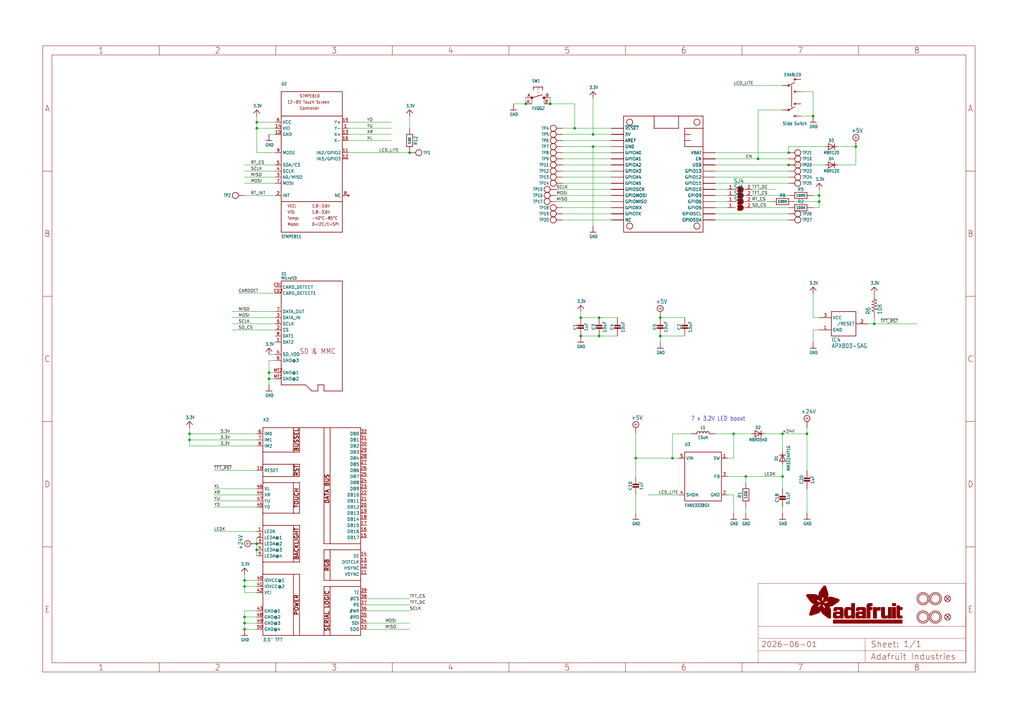
<source format=kicad_sch>
(kicad_sch (version 20230121) (generator eeschema)
  (paper "User" 425.45 298.602)
  (lib_symbols
    (symbol "working-eagle-import:+24V" (power)
      (property "Value" "+24V" (at -2.54 3.175 0))
      (symbol "+24V_1_0"
        (pin power_in line (at 0 -2.54 90) (length 2.54) (name "+24V") (number "1"))
      )
    )
    (symbol "working-eagle-import:+5V" (power)
      (property "Value" "+5V" (at -1.905 3.175 0))
      (symbol "+5V_1_0"
        (pin power_in line (at 0 -2.54 90) (length 2.54) (name "+5V") (number "1"))
      )
    )
    (symbol "working-eagle-import:3.3V" (power)
      (property "Value" "3.3V" (at -1.524 1.016 0))
      (symbol "3.3V_1_0"
        (pin power_in line (at 0 -2.54 90) (length 2.54) (name "3.3V") (number "1"))
      )
    )
    (symbol "working-eagle-import:AXP083-SAG"
      (property "Reference" "IC" (at -5.08 -7.62 0))
      (symbol "AXP083-SAG_1_0"
        (pin power_in line (at -10.16 -2.54 0) (length 5.08) (name "GND") (number "1"))
        (pin output line (at 10.16 0 180) (length 5.08) (name "/RESET") (number "2"))
        (pin power_in line (at -10.16 2.54 0) (length 5.08) (name "VCC") (number "3"))
      )
    )
    (symbol "working-eagle-import:CAP_CERAMIC0805-NOOUTLINE"
      (property "Reference" "C" (at -2.29 1.25 90))
      (symbol "CAP_CERAMIC0805-NOOUTLINE_1_0"
        (pin passive line (at 0 5.08 270) (length 2.54) (name "1") (number "1"))
        (pin passive line (at 0 -2.54 90) (length 2.54) (name "2") (number "2"))
      )
    )
    (symbol "working-eagle-import:DIODESMA"
      (property "Reference" "D" (at 0 2.54 0))
      (symbol "DIODESMA_1_0"
        (pin passive line (at -2.54 0 0) (length 2.54) (name "A") (number "A"))
        (pin passive line (at 2.54 0 180) (length 2.54) (name "C") (number "C"))
      )
    )
    (symbol "working-eagle-import:DIODESOD-123"
      (property "Reference" "D" (at 0 2.54 0))
      (symbol "DIODESOD-123_1_0"
        (pin passive line (at -2.54 0 0) (length 2.54) (name "A") (number "A"))
        (pin passive line (at 2.54 0 180) (length 2.54) (name "C") (number "C"))
      )
    )
    (symbol "working-eagle-import:DISP_LCD_3.5IN_320X480_50PIN"
      (property "Reference" "X" (at -20.32 43.18 0))
      (symbol "DISP_LCD_3.5IN_320X480_50PIN_1_0"
        (text "BACKLIGHT" (at -6.35 -7.62 900) (effects (font (size 1.6764 1.6764) (thickness 0.3353) bold)))
        (text "BUSSEL" (at -6.35 35.56 900) (effects (font (size 1.6764 1.6764) (thickness 0.3353) bold)))
        (text "DATA BUS" (at 6.35 15.24 900) (effects (font (size 1.6764 1.6764) (thickness 0.3353) bold)))
        (text "POWER" (at -6.35 -33.02 900) (effects (font (size 1.6764 1.6764) (thickness 0.3353) bold)))
        (text "RGB" (at 6.35 -16.51 900) (effects (font (size 1.6764 1.6764) (thickness 0.3353) bold)))
        (text "RST" (at -6.35 22.86 900) (effects (font (size 1.6764 1.6764) (thickness 0.3353) bold)))
        (text "SERIAL LOGIC" (at 6.35 -35.56 900) (effects (font (size 1.6764 1.6764) (thickness 0.3353) bold)))
        (text "TOUCH" (at -6.35 11.43 900) (effects (font (size 1.6764 1.6764) (thickness 0.3353) bold)))
        (pin bidirectional line (at -22.86 -2.54 0) (length 2.54) (name "LEDK") (number "1"))
        (pin bidirectional line (at -22.86 22.86 0) (length 2.54) (name "RESET") (number "10"))
        (pin bidirectional line (at 22.86 -20.32 180) (length 2.54) (name "VSYNC") (number "11"))
        (pin bidirectional line (at 22.86 -17.78 180) (length 2.54) (name "HSYNC") (number "12"))
        (pin bidirectional line (at 22.86 -15.24 180) (length 2.54) (name "DOTCLK") (number "13"))
        (pin bidirectional line (at 22.86 -12.7 180) (length 2.54) (name "DE") (number "14"))
        (pin bidirectional line (at 22.86 -5.08 180) (length 2.54) (name "DB17") (number "15"))
        (pin bidirectional line (at 22.86 -2.54 180) (length 2.54) (name "DB16") (number "16"))
        (pin bidirectional line (at 22.86 0 180) (length 2.54) (name "DB15") (number "17"))
        (pin bidirectional line (at 22.86 2.54 180) (length 2.54) (name "DB14") (number "18"))
        (pin bidirectional line (at 22.86 5.08 180) (length 2.54) (name "DB13") (number "19"))
        (pin bidirectional line (at -22.86 -5.08 0) (length 2.54) (name "LEDA@1") (number "2"))
        (pin bidirectional line (at 22.86 7.62 180) (length 2.54) (name "DB12") (number "20"))
        (pin bidirectional line (at 22.86 10.16 180) (length 2.54) (name "DB11") (number "21"))
        (pin bidirectional line (at 22.86 12.7 180) (length 2.54) (name "DB10") (number "22"))
        (pin bidirectional line (at 22.86 15.24 180) (length 2.54) (name "DB9") (number "23"))
        (pin bidirectional line (at 22.86 17.78 180) (length 2.54) (name "DB8") (number "24"))
        (pin bidirectional line (at 22.86 20.32 180) (length 2.54) (name "DB7") (number "25"))
        (pin bidirectional line (at 22.86 22.86 180) (length 2.54) (name "DB6") (number "26"))
        (pin bidirectional line (at 22.86 25.4 180) (length 2.54) (name "DB5") (number "27"))
        (pin bidirectional line (at 22.86 27.94 180) (length 2.54) (name "DB4") (number "28"))
        (pin bidirectional line (at 22.86 30.48 180) (length 2.54) (name "DB3") (number "29"))
        (pin bidirectional line (at -22.86 -7.62 0) (length 2.54) (name "LEDA@2") (number "3"))
        (pin bidirectional line (at 22.86 33.02 180) (length 2.54) (name "DB2") (number "30"))
        (pin bidirectional line (at 22.86 35.56 180) (length 2.54) (name "DB1") (number "31"))
        (pin bidirectional line (at 22.86 38.1 180) (length 2.54) (name "DB0") (number "32"))
        (pin bidirectional line (at 22.86 -43.18 180) (length 2.54) (name "SDO") (number "33"))
        (pin bidirectional line (at 22.86 -40.64 180) (length 2.54) (name "SDI") (number "34"))
        (pin bidirectional line (at 22.86 -38.1 180) (length 2.54) (name "#RD") (number "35"))
        (pin bidirectional line (at 22.86 -35.56 180) (length 2.54) (name "#WR") (number "36"))
        (pin bidirectional line (at 22.86 -33.02 180) (length 2.54) (name "RS") (number "37"))
        (pin bidirectional line (at 22.86 -30.48 180) (length 2.54) (name "#CS") (number "38"))
        (pin bidirectional line (at 22.86 -27.94 180) (length 2.54) (name "TE") (number "39"))
        (pin bidirectional line (at -22.86 -10.16 0) (length 2.54) (name "LEDA@3") (number "4"))
        (pin bidirectional line (at -22.86 -22.86 0) (length 2.54) (name "IOVCC@1") (number "40"))
        (pin bidirectional line (at -22.86 -25.4 0) (length 2.54) (name "IOVCC@2") (number "41"))
        (pin bidirectional line (at -22.86 -27.94 0) (length 2.54) (name "VCI") (number "42"))
        (pin bidirectional line (at -22.86 -35.56 0) (length 2.54) (name "GND@1") (number "43"))
        (pin bidirectional line (at -22.86 12.7 0) (length 2.54) (name "XR") (number "44"))
        (pin bidirectional line (at -22.86 7.62 0) (length 2.54) (name "YD") (number "45"))
        (pin bidirectional line (at -22.86 15.24 0) (length 2.54) (name "XL") (number "46"))
        (pin bidirectional line (at -22.86 10.16 0) (length 2.54) (name "YU") (number "47"))
        (pin bidirectional line (at -22.86 -38.1 0) (length 2.54) (name "GND@2") (number "48"))
        (pin bidirectional line (at -22.86 -40.64 0) (length 2.54) (name "GND@3") (number "49"))
        (pin bidirectional line (at -22.86 -12.7 0) (length 2.54) (name "LEDA@4") (number "5"))
        (pin bidirectional line (at -22.86 -43.18 0) (length 2.54) (name "GND@4") (number "50"))
        (pin bidirectional line (at -22.86 38.1 0) (length 2.54) (name "IM0") (number "6"))
        (pin bidirectional line (at -22.86 35.56 0) (length 2.54) (name "IM1") (number "7"))
        (pin bidirectional line (at -22.86 33.02 0) (length 2.54) (name "IM2") (number "8"))
      )
    )
    (symbol "working-eagle-import:FAN5331"
      (property "Reference" "U" (at -7.62 12.7 0))
      (symbol "FAN5331_1_0"
        (pin bidirectional line (at 10.16 7.62 180) (length 2.54) (name "SW") (number "1"))
        (pin bidirectional line (at 10.16 -7.62 180) (length 2.54) (name "GND") (number "2"))
        (pin bidirectional line (at 10.16 0 180) (length 2.54) (name "FB") (number "3"))
        (pin bidirectional line (at -10.16 -7.62 0) (length 2.54) (name "SHDN") (number "4"))
        (pin bidirectional line (at -10.16 7.62 0) (length 2.54) (name "VIN") (number "5"))
      )
    )
    (symbol "working-eagle-import:FEATHERWING_SMTDUAL"
      (symbol "FEATHERWING_SMTDUAL_1_0"
        (pin input line (at 5.08 -5.08 90) (length 5.08) (name "~{RESET}") (number "1"))
        (pin input line (at 5.08 -5.08 90) (length 5.08) (name "~{RESET}") (number "1'"))
        (pin bidirectional line (at 27.94 -5.08 90) (length 5.08) (name "GPIOA5") (number "10"))
        (pin bidirectional line (at 27.94 -5.08 90) (length 5.08) (name "GPIOA5") (number "10'"))
        (pin bidirectional line (at 30.48 -5.08 90) (length 5.08) (name "GPIOSCK") (number "11"))
        (pin bidirectional line (at 30.48 -5.08 90) (length 5.08) (name "GPIOSCK") (number "11'"))
        (pin bidirectional line (at 33.02 -5.08 90) (length 5.08) (name "GPIOMOSI") (number "12"))
        (pin bidirectional line (at 33.02 -5.08 90) (length 5.08) (name "GPIOMOSI") (number "12'"))
        (pin bidirectional line (at 35.56 -5.08 90) (length 5.08) (name "GPIOMISO") (number "13"))
        (pin bidirectional line (at 35.56 -5.08 90) (length 5.08) (name "GPIOMISO") (number "13'"))
        (pin bidirectional line (at 38.1 -5.08 90) (length 5.08) (name "GPIORX") (number "14"))
        (pin bidirectional line (at 38.1 -5.08 90) (length 5.08) (name "GPIORX") (number "14'"))
        (pin bidirectional line (at 40.64 -5.08 90) (length 5.08) (name "GPIOTX") (number "15"))
        (pin bidirectional line (at 40.64 -5.08 90) (length 5.08) (name "GPIOTX") (number "15'"))
        (pin passive line (at 43.18 -5.08 90) (length 5.08) (name "NC") (number "16"))
        (pin passive line (at 43.18 -5.08 90) (length 5.08) (name "NC") (number "16'"))
        (pin bidirectional line (at 43.18 38.1 270) (length 5.08) (name "GPIOSDA") (number "17"))
        (pin bidirectional line (at 43.18 38.1 270) (length 5.08) (name "GPIOSDA") (number "17'"))
        (pin bidirectional line (at 40.64 38.1 270) (length 5.08) (name "GPIOSCL") (number "18"))
        (pin bidirectional line (at 40.64 38.1 270) (length 5.08) (name "GPIOSCL") (number "18'"))
        (pin bidirectional line (at 38.1 38.1 270) (length 5.08) (name "GPIO5") (number "19"))
        (pin bidirectional line (at 38.1 38.1 270) (length 5.08) (name "GPIO5") (number "19'"))
        (pin power_in line (at 7.62 -5.08 90) (length 5.08) (name "3V") (number "2"))
        (pin power_in line (at 7.62 -5.08 90) (length 5.08) (name "3V") (number "2'"))
        (pin bidirectional line (at 35.56 38.1 270) (length 5.08) (name "GPIO6") (number "20"))
        (pin bidirectional line (at 35.56 38.1 270) (length 5.08) (name "GPIO6") (number "20'"))
        (pin bidirectional line (at 33.02 38.1 270) (length 5.08) (name "GPIO9") (number "21"))
        (pin bidirectional line (at 33.02 38.1 270) (length 5.08) (name "GPIO9") (number "21'"))
        (pin bidirectional line (at 30.48 38.1 270) (length 5.08) (name "GPIO10") (number "22"))
        (pin bidirectional line (at 30.48 38.1 270) (length 5.08) (name "GPIO10") (number "22'"))
        (pin bidirectional line (at 27.94 38.1 270) (length 5.08) (name "GPIO11") (number "23"))
        (pin bidirectional line (at 27.94 38.1 270) (length 5.08) (name "GPIO11") (number "23'"))
        (pin bidirectional line (at 25.4 38.1 270) (length 5.08) (name "GPIO12") (number "24"))
        (pin bidirectional line (at 25.4 38.1 270) (length 5.08) (name "GPIO12") (number "24'"))
        (pin bidirectional line (at 22.86 38.1 270) (length 5.08) (name "GPIO13") (number "25"))
        (pin bidirectional line (at 22.86 38.1 270) (length 5.08) (name "GPIO13") (number "25'"))
        (pin power_in line (at 20.32 38.1 270) (length 5.08) (name "USB") (number "26"))
        (pin power_in line (at 20.32 38.1 270) (length 5.08) (name "USB") (number "26'"))
        (pin passive line (at 17.78 38.1 270) (length 5.08) (name "EN") (number "27"))
        (pin passive line (at 17.78 38.1 270) (length 5.08) (name "EN") (number "27'"))
        (pin power_in line (at 15.24 38.1 270) (length 5.08) (name "VBAT") (number "28"))
        (pin power_in line (at 15.24 38.1 270) (length 5.08) (name "VBAT") (number "28'"))
        (pin passive line (at 10.16 -5.08 90) (length 5.08) (name "AREF") (number "3"))
        (pin passive line (at 10.16 -5.08 90) (length 5.08) (name "AREF") (number "3'"))
        (pin power_in line (at 12.7 -5.08 90) (length 5.08) (name "GND") (number "4"))
        (pin power_in line (at 12.7 -5.08 90) (length 5.08) (name "GND") (number "4'"))
        (pin bidirectional line (at 15.24 -5.08 90) (length 5.08) (name "GPIOA0") (number "5"))
        (pin bidirectional line (at 15.24 -5.08 90) (length 5.08) (name "GPIOA0") (number "5'"))
        (pin bidirectional line (at 17.78 -5.08 90) (length 5.08) (name "GPIOA1") (number "6"))
        (pin bidirectional line (at 17.78 -5.08 90) (length 5.08) (name "GPIOA1") (number "6'"))
        (pin bidirectional line (at 20.32 -5.08 90) (length 5.08) (name "GPIOA2") (number "7"))
        (pin bidirectional line (at 20.32 -5.08 90) (length 5.08) (name "GPIOA2") (number "7'"))
        (pin bidirectional line (at 22.86 -5.08 90) (length 5.08) (name "GPIOA3") (number "8"))
        (pin bidirectional line (at 22.86 -5.08 90) (length 5.08) (name "GPIOA3") (number "8'"))
        (pin bidirectional line (at 25.4 -5.08 90) (length 5.08) (name "GPIOA4") (number "9"))
        (pin bidirectional line (at 25.4 -5.08 90) (length 5.08) (name "GPIOA4") (number "9'"))
      )
    )
    (symbol "working-eagle-import:FIDUCIAL_1MM")
    (symbol "working-eagle-import:FRAME_A3_ADAFRUIT"
      (symbol "FRAME_A3_ADAFRUIT_1_0"
        (text "${#}/${##}" (at 357.505 10.16 0) (effects (font (size 2.54 2.54)) (justify left bottom)))
        (text "${CURRENT_DATE}" (at 298.45 10.16 0) (effects (font (size 2.286 2.286)) (justify left bottom)))
        (text "${PROJECTNAME}" (at 298.45 15.24 0) (effects (font (size 2.54 2.54)) (justify left bottom)))
        (text "1" (at 24.2094 1.905 0) (effects (font (size 2.54 2.286))))
        (text "1" (at 24.2094 258.445 0) (effects (font (size 2.54 2.286))))
        (text "2" (at 72.6281 1.905 0) (effects (font (size 2.54 2.286))))
        (text "2" (at 72.6281 258.445 0) (effects (font (size 2.54 2.286))))
        (text "3" (at 121.0469 1.905 0) (effects (font (size 2.54 2.286))))
        (text "3" (at 121.0469 258.445 0) (effects (font (size 2.54 2.286))))
        (text "4" (at 169.4656 1.905 0) (effects (font (size 2.54 2.286))))
        (text "4" (at 169.4656 258.445 0) (effects (font (size 2.54 2.286))))
        (text "5" (at 217.8844 1.905 0) (effects (font (size 2.54 2.286))))
        (text "5" (at 217.8844 258.445 0) (effects (font (size 2.54 2.286))))
        (text "6" (at 266.3031 1.905 0) (effects (font (size 2.54 2.286))))
        (text "6" (at 266.3031 258.445 0) (effects (font (size 2.54 2.286))))
        (text "7" (at 314.7219 1.905 0) (effects (font (size 2.54 2.286))))
        (text "7" (at 314.7219 258.445 0) (effects (font (size 2.54 2.286))))
        (text "8" (at 363.1406 1.905 0) (effects (font (size 2.54 2.286))))
        (text "8" (at 363.1406 258.445 0) (effects (font (size 2.54 2.286))))
        (text "A" (at 1.905 234.315 0) (effects (font (size 2.54 2.286))))
        (text "A" (at 385.445 234.315 0) (effects (font (size 2.54 2.286))))
        (text "Adafruit Industries" (at 343.916 4.953 0) (effects (font (size 2.54 2.54)) (justify left bottom)))
        (text "B" (at 1.905 182.245 0) (effects (font (size 2.54 2.286))))
        (text "B" (at 385.445 182.245 0) (effects (font (size 2.54 2.286))))
        (text "C" (at 1.905 130.175 0) (effects (font (size 2.54 2.286))))
        (text "C" (at 385.445 130.175 0) (effects (font (size 2.54 2.286))))
        (text "D" (at 1.905 78.105 0) (effects (font (size 2.54 2.286))))
        (text "D" (at 385.445 78.105 0) (effects (font (size 2.54 2.286))))
        (text "E" (at 1.905 26.035 0) (effects (font (size 2.54 2.286))))
        (text "E" (at 385.445 26.035 0) (effects (font (size 2.54 2.286))))
        (text "Sheet:" (at 343.916 10.033 0) (effects (font (size 2.54 2.54)) (justify left bottom)))
      )
    )
    (symbol "working-eagle-import:GND" (power)
      (property "Value" "GND" (at -1.524 -2.54 0))
      (symbol "GND_1_0"
        (pin power_in line (at 0 2.54 270) (length 2.54) (name "GND") (number "1"))
      )
    )
    (symbol "working-eagle-import:INDUCTORNR5040"
      (property "Reference" "L" (at 0 2.54 0))
      (symbol "INDUCTORNR5040_1_0"
        (pin passive line (at -5.08 0 0) (length 2.54) (name "1") (number "P$1"))
        (pin passive line (at 5.08 0 180) (length 2.54) (name "2") (number "P$2"))
      )
    )
    (symbol "working-eagle-import:MICROSD"
      (property "Reference" "X" (at -12.7 22.606 0))
      (symbol "MICROSD_1_0"
        (text "SD & MMC" (at -5.08 -10.16 0) (effects (font (size 2.1844 1.8567)) (justify left bottom)))
        (pin bidirectional line (at -15.24 -5.08 0) (length 2.54) (name "DAT2") (number "1"))
        (pin input line (at -15.24 0 0) (length 2.54) (name "CS") (number "2"))
        (pin input line (at -15.24 5.08 0) (length 2.54) (name "DATA_IN") (number "3"))
        (pin power_in line (at -15.24 -10.16 0) (length 2.54) (name "SD_VDD") (number "4"))
        (pin input line (at -15.24 2.54 0) (length 2.54) (name "SCLK") (number "5"))
        (pin power_in line (at -15.24 -12.7 0) (length 2.54) (name "GND@3") (number "6"))
        (pin output line (at -15.24 7.62 0) (length 2.54) (name "DATA_OUT") (number "7"))
        (pin bidirectional line (at -15.24 -2.54 0) (length 2.54) (name "DAT1") (number "8"))
        (pin passive line (at -15.24 17.78 0) (length 2.54) (name "CARD_DETECT") (number "CD1"))
        (pin passive line (at -15.24 15.24 0) (length 2.54) (name "CARD_DETECT1") (number "CD2"))
        (pin power_in line (at -15.24 -20.32 0) (length 2.54) (name "GND@2") (number "MT1"))
        (pin power_in line (at -15.24 -17.78 0) (length 2.54) (name "GND@1") (number "MT2"))
      )
    )
    (symbol "working-eagle-import:MOUNTINGHOLE3.0THIN")
    (symbol "working-eagle-import:R-US_R0805"
      (property "Reference" "R" (at -3.81 1.4986 0))
      (symbol "R-US_R0805_1_0"
        (pin passive line (at -5.08 0 0) (length 2.54) (name "1") (number "1"))
        (pin passive line (at 5.08 0 180) (length 2.54) (name "2") (number "2"))
      )
    )
    (symbol "working-eagle-import:RESISTOR0805_NOOUTLINE"
      (property "Reference" "R" (at 0 2.54 0))
      (symbol "RESISTOR0805_NOOUTLINE_1_0"
        (pin passive line (at -5.08 0 0) (length 2.54) (name "1") (number "1"))
        (pin passive line (at 5.08 0 180) (length 2.54) (name "2") (number "2"))
      )
    )
    (symbol "working-eagle-import:SOLDERJUMPER_CLOSED"
      (property "Reference" "SJ" (at -2.54 2.54 0))
      (symbol "SOLDERJUMPER_CLOSED_1_0"
        (pin passive line (at -5.08 0 0) (length 2.54) (name "1") (number "1"))
        (pin passive line (at 5.08 0 180) (length 2.54) (name "2") (number "2"))
      )
    )
    (symbol "working-eagle-import:STMPE610"
      (property "Reference" "U" (at -12.7 33.02 0))
      (symbol "STMPE610_1_0"
        (text "-40°C-85°C" (at 0 -22.86 0) (effects (font (size 1.27 1.0795)) (justify left bottom)))
        (text "0=I2C/1=SPI" (at 0 -25.4 0) (effects (font (size 1.27 1.0795)) (justify left bottom)))
        (text "1.8-3.6V" (at 0 -20.32 0) (effects (font (size 1.27 1.0795)) (justify left bottom)))
        (text "1.8-3.6V" (at 0 -17.78 0) (effects (font (size 1.27 1.0795)) (justify left bottom)))
        (text "12-Bit Touch Screen" (at -10.16 25.4 0) (effects (font (size 1.27 1.0795)) (justify left bottom)))
        (text "Controller" (at -5.08 22.86 0) (effects (font (size 1.27 1.0795)) (justify left bottom)))
        (text "Mode:" (at -10.16 -25.4 0) (effects (font (size 1.27 1.0795)) (justify left bottom)))
        (text "STMPE610" (at -5.08 27.94 0) (effects (font (size 1.27 1.0795)) (justify left bottom)))
        (text "Temp:" (at -10.16 -22.86 0) (effects (font (size 1.27 1.0795)) (justify left bottom)))
        (text "VCC:" (at -10.16 -17.78 0) (effects (font (size 1.27 1.0795)) (justify left bottom)))
        (text "VIO:" (at -10.16 -20.32 0) (effects (font (size 1.27 1.0795)) (justify left bottom)))
        (pin input line (at 15.24 15.24 180) (length 2.54) (name "Y-") (number "1"))
        (pin power_in line (at -15.24 12.7 0) (length 2.54) (name "GND") (number "10"))
        (pin bidirectional line (at 15.24 5.08 180) (length 2.54) (name "IN2/GPIO2") (number "11"))
        (pin bidirectional line (at 15.24 2.54 180) (length 2.54) (name "IN3/GPIO3") (number "12"))
        (pin input line (at 15.24 12.7 180) (length 2.54) (name "X+") (number "13"))
        (pin power_in line (at -15.24 15.24 0) (length 2.54) (name "VIO") (number "14"))
        (pin input line (at 15.24 17.78 180) (length 2.54) (name "Y+") (number "15"))
        (pin input line (at 15.24 10.16 180) (length 2.54) (name "X-") (number "16"))
        (pin output line (at -15.24 -12.7 0) (length 2.54) (name "INT") (number "2"))
        (pin bidirectional line (at -15.24 -5.08 0) (length 2.54) (name "A0/MISO") (number "3"))
        (pin bidirectional line (at -15.24 -2.54 0) (length 2.54) (name "SCLK") (number "4"))
        (pin bidirectional line (at -15.24 0 0) (length 2.54) (name "SDA/CS") (number "5"))
        (pin power_in line (at -15.24 17.78 0) (length 2.54) (name "VCC") (number "6"))
        (pin input line (at -15.24 -7.62 0) (length 2.54) (name "MOSI") (number "7"))
        (pin no_connect line (at 15.24 -12.7 180) (length 2.54) (name "NC") (number "8"))
        (pin input line (at -15.24 5.08 0) (length 2.54) (name "MODE") (number "9"))
      )
    )
    (symbol "working-eagle-import:SWITCH_DPDTEG1390"
      (property "Reference" "SW" (at -4.445 8.89 0))
      (symbol "SWITCH_DPDTEG1390_1_0"
        (pin passive line (at 2.54 7.62 180) (length 2.54) (name "O1") (number "O1"))
        (pin passive line (at 2.54 -2.54 180) (length 2.54) (name "O2") (number "O2"))
        (pin passive line (at -5.08 5.08 0) (length 2.54) (name "P1") (number "P1"))
        (pin passive line (at -5.08 -5.08 0) (length 2.54) (name "P2") (number "P2"))
        (pin passive line (at 2.54 2.54 180) (length 2.54) (name "S1") (number "S1"))
        (pin passive line (at 2.54 -7.62 180) (length 2.54) (name "S2") (number "S2"))
      )
    )
    (symbol "working-eagle-import:SWITCH_TACT_SMT_EVQQ2_SMALL"
      (property "Reference" "SW" (at -2.54 6.35 0))
      (symbol "SWITCH_TACT_SMT_EVQQ2_SMALL_1_0"
        (pin passive line (at -5.08 0 0) (length 2.54) (name "P") (number "A"))
        (pin passive line (at -5.08 -2.54 0) (length 2.54) (name "P1") (number "A'"))
        (pin passive line (at 5.08 0 180) (length 2.54) (name "S") (number "B"))
        (pin passive line (at 5.08 -2.54 180) (length 2.54) (name "S1") (number "B'"))
      )
    )
    (symbol "working-eagle-import:TESTPOINTPAD2MM"
      (property "Reference" "TP" (at 0 5.588 90))
      (symbol "TESTPOINTPAD2MM_1_0"
        (pin bidirectional line (at 0 0 90) (length 2.54) (name "P$1") (number "P$1"))
      )
    )
  )
  (junction (at 111.76 154.94))
  (junction (at 314.96 66.04))
  (junction (at 325.12 198.12))
  (junction (at 246.38 60.96))
  (junction (at 111.76 157.48))
  (junction (at 101.6 243.84))
  (junction (at 78.74 180.34))
  (junction (at 101.6 261.62))
  (junction (at 274.32 139.7))
  (junction (at 241.3 139.7))
  (junction (at 340.36 81.28))
  (junction (at 279.4 190.5))
  (junction (at 363.22 134.62))
  (junction (at 355.6 60.96))
  (junction (at 218.44 43.18))
  (junction (at 335.28 180.34))
  (junction (at 101.6 256.54))
  (junction (at 248.92 139.7))
  (junction (at 106.68 226.06))
  (junction (at 106.68 53.34))
  (junction (at 327.66 68.58))
  (junction (at 78.74 182.88))
  (junction (at 170.18 63.5))
  (junction (at 304.8 180.34))
  (junction (at 274.32 132.08))
  (junction (at 106.68 50.8))
  (junction (at 238.76 53.34))
  (junction (at 101.6 259.08))
  (junction (at 228.6 43.18))
  (junction (at 309.88 198.12))
  (junction (at 327.66 63.5))
  (junction (at 106.68 228.6))
  (junction (at 101.6 241.3))
  (junction (at 264.16 190.5))
  (junction (at 340.36 83.82))
  (junction (at 337.82 48.26))
  (junction (at 246.38 55.88))
  (junction (at 248.92 132.08))
  (junction (at 241.3 132.08))
  (junction (at 325.12 180.34))
  (wire (pts (xy 274.32 132.08) (xy 284.48 132.08)) (stroke (width 0.1524)))
  (wire (pts (xy 96.52 137.16) (xy 114.3 137.16)) (stroke (width 0.1524)))
  (wire (pts (xy 78.74 180.34) (xy 78.74 177.8)) (stroke (width 0.1524)))
  (wire (pts (xy 241.3 139.7) (xy 248.92 139.7)) (stroke (width 0.1524)))
  (wire (pts (xy 114.3 149.86) (xy 111.76 149.86)) (stroke (width 0.1524)))
  (wire (pts (xy 246.38 55.88) (xy 254 55.88)) (stroke (width 0.1524)))
  (wire (pts (xy 101.6 254) (xy 101.6 256.54)) (stroke (width 0.1524)))
  (wire (pts (xy 254 78.74) (xy 231.14 78.74)) (stroke (width 0.1524)))
  (wire (pts (xy 111.76 157.48) (xy 111.76 154.94)) (stroke (width 0.1524)))
  (wire (pts (xy 106.68 208.28) (xy 88.9 208.28)) (stroke (width 0.1524)))
  (wire (pts (xy 106.68 226.06) (xy 106.68 228.6)) (stroke (width 0.1524)))
  (wire (pts (xy 114.3 63.5) (xy 106.68 63.5)) (stroke (width 0.1524)))
  (wire (pts (xy 332.74 38.1) (xy 337.82 38.1)) (stroke (width 0.1524)))
  (wire (pts (xy 314.96 45.72) (xy 325.12 45.72)) (stroke (width 0.1524)))
  (wire (pts (xy 340.36 86.36) (xy 337.82 86.36)) (stroke (width 0.1524)))
  (wire (pts (xy 264.16 190.5) (xy 264.16 180.34)) (stroke (width 0.1524)))
  (wire (pts (xy 233.68 71.12) (xy 254 71.12)) (stroke (width 0.1524)))
  (wire (pts (xy 114.3 134.62) (xy 96.52 134.62)) (stroke (width 0.1524)))
  (wire (pts (xy 101.6 73.66) (xy 114.3 73.66)) (stroke (width 0.1524)))
  (wire (pts (xy 106.68 63.5) (xy 106.68 53.34)) (stroke (width 0.1524)))
  (wire (pts (xy 332.74 48.26) (xy 337.82 48.26)) (stroke (width 0.1524)))
  (wire (pts (xy 327.66 81.28) (xy 312.42 81.28)) (stroke (width 0.1524)))
  (wire (pts (xy 218.44 43.18) (xy 213.36 43.18)) (stroke (width 0.1524)))
  (wire (pts (xy 312.42 83.82) (xy 320.04 83.82)) (stroke (width 0.1524)))
  (wire (pts (xy 246.38 55.88) (xy 233.68 55.88)) (stroke (width 0.1524)))
  (wire (pts (xy 246.38 60.96) (xy 254 60.96)) (stroke (width 0.1524)))
  (wire (pts (xy 304.8 180.34) (xy 304.8 190.5)) (stroke (width 0.1524)))
  (wire (pts (xy 246.38 40.64) (xy 246.38 55.88)) (stroke (width 0.1524)))
  (wire (pts (xy 256.54 139.7) (xy 248.92 139.7)) (stroke (width 0.1524)))
  (wire (pts (xy 327.66 71.12) (xy 297.18 71.12)) (stroke (width 0.1524)))
  (wire (pts (xy 228.6 43.18) (xy 238.76 43.18)) (stroke (width 0.1524)))
  (wire (pts (xy 304.8 190.5) (xy 302.26 190.5)) (stroke (width 0.1524)))
  (wire (pts (xy 106.68 210.82) (xy 88.9 210.82)) (stroke (width 0.1524)))
  (wire (pts (xy 327.66 86.36) (xy 312.42 86.36)) (stroke (width 0.1524)))
  (wire (pts (xy 152.4 259.08) (xy 170.18 259.08)) (stroke (width 0.1524)))
  (wire (pts (xy 106.68 254) (xy 101.6 254)) (stroke (width 0.1524)))
  (wire (pts (xy 340.36 83.82) (xy 330.2 83.82)) (stroke (width 0.1524)))
  (wire (pts (xy 340.36 78.74) (xy 340.36 81.28)) (stroke (width 0.1524)))
  (wire (pts (xy 317.5 180.34) (xy 325.12 180.34)) (stroke (width 0.1524)))
  (wire (pts (xy 337.82 132.08) (xy 337.82 121.92)) (stroke (width 0.1524)))
  (wire (pts (xy 327.66 76.2) (xy 297.18 76.2)) (stroke (width 0.1524)))
  (wire (pts (xy 114.3 157.48) (xy 111.76 157.48)) (stroke (width 0.1524)))
  (wire (pts (xy 106.68 205.74) (xy 88.9 205.74)) (stroke (width 0.1524)))
  (wire (pts (xy 274.32 139.7) (xy 284.48 139.7)) (stroke (width 0.1524)))
  (wire (pts (xy 363.22 132.08) (xy 363.22 134.62)) (stroke (width 0.1524)))
  (wire (pts (xy 302.26 81.28) (xy 297.18 81.28)) (stroke (width 0.1524)))
  (wire (pts (xy 114.3 147.32) (xy 111.76 147.32)) (stroke (width 0.1524)))
  (wire (pts (xy 325.12 198.12) (xy 325.12 203.2)) (stroke (width 0.1524)))
  (wire (pts (xy 111.76 149.86) (xy 111.76 154.94)) (stroke (width 0.1524)))
  (wire (pts (xy 274.32 142.24) (xy 274.32 139.7)) (stroke (width 0.1524)))
  (wire (pts (xy 264.16 190.5) (xy 264.16 198.12)) (stroke (width 0.1524)))
  (wire (pts (xy 106.68 228.6) (xy 106.68 231.14)) (stroke (width 0.1524)))
  (wire (pts (xy 101.6 241.3) (xy 101.6 243.84)) (stroke (width 0.1524)))
  (wire (pts (xy 114.3 53.34) (xy 106.68 53.34)) (stroke (width 0.1524)))
  (wire (pts (xy 101.6 238.76) (xy 101.6 241.3)) (stroke (width 0.1524)))
  (wire (pts (xy 111.76 154.94) (xy 114.3 154.94)) (stroke (width 0.1524)))
  (wire (pts (xy 106.68 246.38) (xy 101.6 246.38)) (stroke (width 0.1524)))
  (wire (pts (xy 347.98 68.58) (xy 355.6 68.58)) (stroke (width 0.1524)))
  (wire (pts (xy 327.66 63.5) (xy 297.18 63.5)) (stroke (width 0.1524)))
  (wire (pts (xy 281.94 205.74) (xy 269.24 205.74)) (stroke (width 0.1524)))
  (wire (pts (xy 340.36 83.82) (xy 340.36 81.28)) (stroke (width 0.1524)))
  (wire (pts (xy 101.6 259.08) (xy 106.68 259.08)) (stroke (width 0.1524)))
  (wire (pts (xy 114.3 81.28) (xy 101.6 81.28)) (stroke (width 0.1524)))
  (wire (pts (xy 355.6 60.96) (xy 347.98 60.96)) (stroke (width 0.1524)))
  (wire (pts (xy 238.76 53.34) (xy 254 53.34)) (stroke (width 0.1524)))
  (wire (pts (xy 101.6 259.08) (xy 101.6 261.62)) (stroke (width 0.1524)))
  (wire (pts (xy 264.16 205.74) (xy 264.16 213.36)) (stroke (width 0.1524)))
  (wire (pts (xy 246.38 93.98) (xy 246.38 60.96)) (stroke (width 0.1524)))
  (wire (pts (xy 106.68 203.2) (xy 88.9 203.2)) (stroke (width 0.1524)))
  (wire (pts (xy 111.76 55.88) (xy 114.3 55.88)) (stroke (width 0.1524)))
  (wire (pts (xy 233.68 66.04) (xy 254 66.04)) (stroke (width 0.1524)))
  (wire (pts (xy 233.68 53.34) (xy 238.76 53.34)) (stroke (width 0.1524)))
  (wire (pts (xy 327.66 88.9) (xy 297.18 88.9)) (stroke (width 0.1524)))
  (wire (pts (xy 337.82 142.24) (xy 337.82 137.16)) (stroke (width 0.1524)))
  (wire (pts (xy 233.68 88.9) (xy 254 88.9)) (stroke (width 0.1524)))
  (wire (pts (xy 360.68 134.62) (xy 363.22 134.62)) (stroke (width 0.1524)))
  (wire (pts (xy 355.6 68.58) (xy 355.6 60.96)) (stroke (width 0.1524)))
  (wire (pts (xy 327.66 68.58) (xy 342.9 68.58)) (stroke (width 0.1524)))
  (wire (pts (xy 114.3 76.2) (xy 101.6 76.2)) (stroke (width 0.1524)))
  (wire (pts (xy 88.9 195.58) (xy 106.68 195.58)) (stroke (width 0.1524)))
  (wire (pts (xy 144.78 50.8) (xy 162.56 50.8)) (stroke (width 0.1524)))
  (wire (pts (xy 101.6 261.62) (xy 106.68 261.62)) (stroke (width 0.1524)))
  (wire (pts (xy 325.12 213.36) (xy 325.12 210.82)) (stroke (width 0.1524)))
  (wire (pts (xy 327.66 63.5) (xy 327.66 60.96)) (stroke (width 0.1524)))
  (wire (pts (xy 233.68 68.58) (xy 254 68.58)) (stroke (width 0.1524)))
  (wire (pts (xy 152.4 261.62) (xy 170.18 261.62)) (stroke (width 0.1524)))
  (wire (pts (xy 279.4 190.5) (xy 264.16 190.5)) (stroke (width 0.1524)))
  (wire (pts (xy 304.8 205.74) (xy 304.8 213.36)) (stroke (width 0.1524)))
  (wire (pts (xy 340.36 81.28) (xy 337.82 81.28)) (stroke (width 0.1524)))
  (wire (pts (xy 106.68 223.52) (xy 106.68 226.06)) (stroke (width 0.1524)))
  (wire (pts (xy 106.68 256.54) (xy 101.6 256.54)) (stroke (width 0.1524)))
  (wire (pts (xy 312.42 78.74) (xy 322.58 78.74)) (stroke (width 0.1524)))
  (wire (pts (xy 233.68 91.44) (xy 254 91.44)) (stroke (width 0.1524)))
  (wire (pts (xy 152.4 251.46) (xy 170.18 251.46)) (stroke (width 0.1524)))
  (wire (pts (xy 144.78 55.88) (xy 162.56 55.88)) (stroke (width 0.1524)))
  (wire (pts (xy 106.68 48.26) (xy 106.68 50.8)) (stroke (width 0.1524)))
  (wire (pts (xy 302.26 78.74) (xy 297.18 78.74)) (stroke (width 0.1524)))
  (wire (pts (xy 304.8 180.34) (xy 312.42 180.34)) (stroke (width 0.1524)))
  (wire (pts (xy 233.68 63.5) (xy 254 63.5)) (stroke (width 0.1524)))
  (wire (pts (xy 309.88 213.36) (xy 309.88 210.82)) (stroke (width 0.1524)))
  (wire (pts (xy 78.74 182.88) (xy 106.68 182.88)) (stroke (width 0.1524)))
  (wire (pts (xy 325.12 180.34) (xy 335.28 180.34)) (stroke (width 0.1524)))
  (wire (pts (xy 248.92 132.08) (xy 256.54 132.08)) (stroke (width 0.1524)))
  (wire (pts (xy 101.6 68.58) (xy 114.3 68.58)) (stroke (width 0.1524)))
  (wire (pts (xy 114.3 121.92) (xy 99.06 121.92)) (stroke (width 0.1524)))
  (wire (pts (xy 302.26 198.12) (xy 309.88 198.12)) (stroke (width 0.1524)))
  (wire (pts (xy 325.12 193.04) (xy 325.12 198.12)) (stroke (width 0.1524)))
  (wire (pts (xy 101.6 243.84) (xy 106.68 243.84)) (stroke (width 0.1524)))
  (wire (pts (xy 101.6 71.12) (xy 114.3 71.12)) (stroke (width 0.1524)))
  (wire (pts (xy 170.18 53.34) (xy 170.18 48.26)) (stroke (width 0.1524)))
  (wire (pts (xy 335.28 195.58) (xy 335.28 180.34)) (stroke (width 0.1524)))
  (wire (pts (xy 327.66 66.04) (xy 314.96 66.04)) (stroke (width 0.1524)))
  (wire (pts (xy 228.6 43.18) (xy 228.6 40.64)) (stroke (width 0.1524)))
  (wire (pts (xy 231.14 81.28) (xy 254 81.28)) (stroke (width 0.1524)))
  (wire (pts (xy 335.28 177.8) (xy 335.28 180.34)) (stroke (width 0.1524)))
  (wire (pts (xy 340.36 86.36) (xy 340.36 83.82)) (stroke (width 0.1524)))
  (wire (pts (xy 325.12 35.56) (xy 304.8 35.56)) (stroke (width 0.1524)))
  (wire (pts (xy 144.78 63.5) (xy 170.18 63.5)) (stroke (width 0.1524)))
  (wire (pts (xy 218.44 40.64) (xy 218.44 43.18)) (stroke (width 0.1524)))
  (wire (pts (xy 246.38 60.96) (xy 233.68 60.96)) (stroke (width 0.1524)))
  (wire (pts (xy 241.3 129.54) (xy 241.3 132.08)) (stroke (width 0.1524)))
  (wire (pts (xy 78.74 185.42) (xy 78.74 182.88)) (stroke (width 0.1524)))
  (wire (pts (xy 340.36 132.08) (xy 337.82 132.08)) (stroke (width 0.1524)))
  (wire (pts (xy 279.4 180.34) (xy 287.02 180.34)) (stroke (width 0.1524)))
  (wire (pts (xy 106.68 50.8) (xy 114.3 50.8)) (stroke (width 0.1524)))
  (wire (pts (xy 327.66 73.66) (xy 297.18 73.66)) (stroke (width 0.1524)))
  (wire (pts (xy 302.26 86.36) (xy 297.18 86.36)) (stroke (width 0.1524)))
  (wire (pts (xy 152.4 254) (xy 170.18 254)) (stroke (width 0.1524)))
  (wire (pts (xy 337.82 38.1) (xy 337.82 48.26)) (stroke (width 0.1524)))
  (wire (pts (xy 327.66 91.44) (xy 297.18 91.44)) (stroke (width 0.1524)))
  (wire (pts (xy 106.68 185.42) (xy 78.74 185.42)) (stroke (width 0.1524)))
  (wire (pts (xy 302.26 83.82) (xy 297.18 83.82)) (stroke (width 0.1524)))
  (wire (pts (xy 233.68 76.2) (xy 254 76.2)) (stroke (width 0.1524)))
  (wire (pts (xy 327.66 60.96) (xy 342.9 60.96)) (stroke (width 0.1524)))
  (wire (pts (xy 325.12 187.96) (xy 325.12 180.34)) (stroke (width 0.1524)))
  (wire (pts (xy 309.88 198.12) (xy 325.12 198.12)) (stroke (width 0.1524)))
  (wire (pts (xy 238.76 43.18) (xy 238.76 53.34)) (stroke (width 0.1524)))
  (wire (pts (xy 144.78 58.42) (xy 162.56 58.42)) (stroke (width 0.1524)))
  (wire (pts (xy 337.82 137.16) (xy 340.36 137.16)) (stroke (width 0.1524)))
  (wire (pts (xy 363.22 134.62) (xy 381 134.62)) (stroke (width 0.1524)))
  (wire (pts (xy 144.78 53.34) (xy 162.56 53.34)) (stroke (width 0.1524)))
  (wire (pts (xy 233.68 73.66) (xy 254 73.66)) (stroke (width 0.1524)))
  (wire (pts (xy 314.96 66.04) (xy 314.96 45.72)) (stroke (width 0.1524)))
  (wire (pts (xy 152.4 248.92) (xy 170.18 248.92)) (stroke (width 0.1524)))
  (wire (pts (xy 254 83.82) (xy 231.14 83.82)) (stroke (width 0.1524)))
  (wire (pts (xy 248.92 132.08) (xy 241.3 132.08)) (stroke (width 0.1524)))
  (wire (pts (xy 78.74 182.88) (xy 78.74 180.34)) (stroke (width 0.1524)))
  (wire (pts (xy 106.68 220.98) (xy 88.9 220.98)) (stroke (width 0.1524)))
  (wire (pts (xy 114.3 132.08) (xy 96.52 132.08)) (stroke (width 0.1524)))
  (wire (pts (xy 233.68 58.42) (xy 254 58.42)) (stroke (width 0.1524)))
  (wire (pts (xy 106.68 50.8) (xy 106.68 53.34)) (stroke (width 0.1524)))
  (wire (pts (xy 281.94 190.5) (xy 279.4 190.5)) (stroke (width 0.1524)))
  (wire (pts (xy 297.18 180.34) (xy 304.8 180.34)) (stroke (width 0.1524)))
  (wire (pts (xy 314.96 66.04) (xy 297.18 66.04)) (stroke (width 0.1524)))
  (wire (pts (xy 106.68 180.34) (xy 78.74 180.34)) (stroke (width 0.1524)))
  (wire (pts (xy 106.68 241.3) (xy 101.6 241.3)) (stroke (width 0.1524)))
  (wire (pts (xy 335.28 203.2) (xy 335.28 213.36)) (stroke (width 0.1524)))
  (wire (pts (xy 233.68 86.36) (xy 254 86.36)) (stroke (width 0.1524)))
  (wire (pts (xy 309.88 200.66) (xy 309.88 198.12)) (stroke (width 0.1524)))
  (wire (pts (xy 327.66 68.58) (xy 297.18 68.58)) (stroke (width 0.1524)))
  (wire (pts (xy 101.6 256.54) (xy 101.6 259.08)) (stroke (width 0.1524)))
  (wire (pts (xy 96.52 129.54) (xy 114.3 129.54)) (stroke (width 0.1524)))
  (wire (pts (xy 302.26 205.74) (xy 304.8 205.74)) (stroke (width 0.1524)))
  (wire (pts (xy 279.4 190.5) (xy 279.4 180.34)) (stroke (width 0.1524)))
  (wire (pts (xy 111.76 157.48) (xy 111.76 160.02)) (stroke (width 0.1524)))
  (wire (pts (xy 101.6 246.38) (xy 101.6 243.84)) (stroke (width 0.1524)))
  (text "7 x 3.2V LED boost" (at 287.02 175.26 0) (effects (font (size 1.778 1.5113)) (justify left bottom)))
  (label "SD_CS" (at 312.42 86.36 0) (effects (font (size 1.2446 1.2446))))
  (label "MOSI" (at 160.02 259.08 0) (effects (font (size 1.2446 1.2446))))
  (label "+24V" (at 330.2 180.34 180) (effects (font (size 1.2446 1.2446))))
  (label "MISO" (at 160.02 261.62 0) (effects (font (size 1.2446 1.2446))))
  (label "XL" (at 152.4 58.42 0) (effects (font (size 1.2446 1.2446))))
  (label "LCD_LITE" (at 281.94 205.74 180) (effects (font (size 1.2446 1.2446))))
  (label "YU" (at 152.4 53.34 0) (effects (font (size 1.2446 1.2446))))
  (label "MOSI" (at 99.06 132.08 0) (effects (font (size 1.2446 1.2446))))
  (label "3.3V" (at 91.44 182.88 0) (effects (font (size 1.2446 1.2446))))
  (label "LEDK" (at 88.9 220.98 0) (effects (font (size 1.2446 1.2446))))
  (label "TFT_CS" (at 312.42 81.28 0) (effects (font (size 1.2446 1.2446))))
  (label "YD" (at 152.4 50.8 0) (effects (font (size 1.2446 1.2446))))
  (label "RT_CS" (at 312.42 83.82 0) (effects (font (size 1.2446 1.2446))))
  (label "MOSI" (at 231.14 81.28 0) (effects (font (size 1.2446 1.2446))))
  (label "EN" (at 309.88 66.04 0) (effects (font (size 1.2446 1.2446))))
  (label "SCLK" (at 99.06 134.62 0) (effects (font (size 1.2446 1.2446))))
  (label "MISO" (at 99.06 129.54 0) (effects (font (size 1.2446 1.2446))))
  (label "LCD_LITE" (at 304.8 35.56 0) (effects (font (size 1.2446 1.2446))))
  (label "XR" (at 152.4 55.88 0) (effects (font (size 1.2446 1.2446))))
  (label "MOSI" (at 104.14 76.2 0) (effects (font (size 1.2446 1.2446))))
  (label "RT_INT" (at 104.14 81.28 0) (effects (font (size 1.2446 1.2446))))
  (label "LCD_LITE" (at 157.48 63.5 0) (effects (font (size 1.2446 1.2446))))
  (label "YU" (at 88.9 208.28 0) (effects (font (size 1.2446 1.2446))))
  (label "LEDK" (at 317.5 198.12 0) (effects (font (size 1.2446 1.2446))))
  (label "CARDDET" (at 99.06 121.92 0) (effects (font (size 1.2446 1.2446))))
  (label "TFT_DC" (at 312.42 78.74 0) (effects (font (size 1.2446 1.2446))))
  (label "RT_CS" (at 104.14 68.58 0) (effects (font (size 1.2446 1.2446))))
  (label "TFT_DC" (at 170.18 251.46 0) (effects (font (size 1.2446 1.2446))))
  (label "~{TFT_RST}" (at 365.76 134.62 0) (effects (font (size 1.2446 1.2446))))
  (label "XR" (at 88.9 205.74 0) (effects (font (size 1.2446 1.2446))))
  (label "3.3V" (at 91.44 185.42 0) (effects (font (size 1.2446 1.2446))))
  (label "SCLK" (at 170.18 254 0) (effects (font (size 1.2446 1.2446))))
  (label "SD_CS" (at 99.06 137.16 0) (effects (font (size 1.2446 1.2446))))
  (label "SCLK" (at 231.14 78.74 0) (effects (font (size 1.2446 1.2446))))
  (label "MISO" (at 104.14 73.66 0) (effects (font (size 1.2446 1.2446))))
  (label "SCLK" (at 104.14 71.12 0) (effects (font (size 1.2446 1.2446))))
  (label "3.3V" (at 91.44 180.34 0) (effects (font (size 1.2446 1.2446))))
  (label "~{TFT_RST}" (at 88.9 195.58 0) (effects (font (size 1.2446 1.2446))))
  (label "YD" (at 88.9 210.82 0) (effects (font (size 1.2446 1.2446))))
  (label "MISO" (at 231.14 83.82 0) (effects (font (size 1.2446 1.2446))))
  (label "TFT_CS" (at 170.18 248.92 0) (effects (font (size 1.2446 1.2446))))
  (label "XL" (at 88.9 203.2 0) (effects (font (size 1.2446 1.2446))))
  (symbol (lib_id "working-eagle-import:CAP_CERAMIC0805-NOOUTLINE") (at 248.92 137.16 0) (unit 1)
    (property "Reference" "C3" (at 246.63 135.91 90))
    (property "Value" "10uF" (at 251.22 135.91 90))
    (property "Footprint" "working:0805-NO" (effects hide))
  )
  (symbol (lib_id "working-eagle-import:GND") (at 246.38 96.52 0) (unit 1)
    (property "Reference" "#U$20" (effects hide))
    (property "Value" "GND" (at 244.856 99.06 0) (effects (font (size 1.27 1.0795)) (justify left bottom)))
  )
  (symbol (lib_id "working-eagle-import:TESTPOINTPAD2MM") (at 101.6 81.28 90) (unit 1)
    (property "Reference" "TP2" (at 96.012 81.28 90) (effects (font (size 1.27 1.0795)) (justify left)))
    (property "Value" "TESTPOINTPAD2MM" (effects hide))
    (property "Footprint" "working:TESTPOINT_PAD_2MM" (effects hide))
  )
  (symbol (lib_id "working-eagle-import:CAP_CERAMIC0805-NOOUTLINE") (at 264.16 203.2 0) (unit 1)
    (property "Reference" "C16" (at 261.87 201.95 90))
    (property "Value" "1uF" (at 266.46 201.95 90))
    (property "Footprint" "working:0805-NO" (effects hide))
  )
  (symbol (lib_id "working-eagle-import:3.3V") (at 337.82 119.38 0) (unit 1)
    (property "Reference" "#U$12" (effects hide))
    (property "Value" "3.3V" (at 336.296 118.364 0) (effects (font (size 1.27 1.0795)) (justify left bottom)))
  )
  (symbol (lib_id "working-eagle-import:TESTPOINTPAD2MM") (at 233.68 68.58 90) (unit 1)
    (property "Reference" "TP11" (at 228.092 68.58 90) (effects (font (size 1.27 1.0795)) (justify left)))
    (property "Value" "TESTPOINTPAD2MM" (effects hide))
    (property "Footprint" "working:TESTPOINT_PAD_2MM" (effects hide))
  )
  (symbol (lib_id "working-eagle-import:FIDUCIAL_1MM") (at 393.7 248.92 0) (unit 1)
    (property "Reference" "U$23" (effects hide))
    (property "Value" "FIDUCIAL_1MM" (effects hide))
    (property "Footprint" "working:FIDUCIAL_1MM" (effects hide))
  )
  (symbol (lib_id "working-eagle-import:3.3V") (at 101.6 236.22 0) (unit 1)
    (property "Reference" "#U$28" (effects hide))
    (property "Value" "3.3V" (at 100.076 235.204 0) (effects (font (size 1.27 1.0795)) (justify left bottom)))
  )
  (symbol (lib_id "working-eagle-import:DIODESOD-123") (at 314.96 180.34 0) (unit 1)
    (property "Reference" "D2" (at 314.96 177.8 0) (effects (font (size 1.27 1.0795))))
    (property "Value" "MBR0540" (at 314.96 182.84 0) (effects (font (size 1.27 1.0795))))
    (property "Footprint" "working:SOD-123" (effects hide))
  )
  (symbol (lib_id "working-eagle-import:TESTPOINTPAD2MM") (at 327.66 76.2 270) (unit 1)
    (property "Reference" "TP25" (at 333.248 76.2 90) (effects (font (size 1.27 1.0795)) (justify left)))
    (property "Value" "TESTPOINTPAD2MM" (effects hide))
    (property "Footprint" "working:TESTPOINT_PAD_2MM" (effects hide))
  )
  (symbol (lib_id "working-eagle-import:GND") (at 337.82 144.78 0) (unit 1)
    (property "Reference" "#U$3" (effects hide))
    (property "Value" "GND" (at 336.296 147.32 0) (effects (font (size 1.27 1.0795)) (justify left bottom)))
  )
  (symbol (lib_id "working-eagle-import:TESTPOINTPAD2MM") (at 233.68 60.96 90) (unit 1)
    (property "Reference" "TP7" (at 228.092 60.96 90) (effects (font (size 1.27 1.0795)) (justify left)))
    (property "Value" "TESTPOINTPAD2MM" (effects hide))
    (property "Footprint" "working:TESTPOINT_PAD_2MM" (effects hide))
  )
  (symbol (lib_id "working-eagle-import:GND") (at 304.8 215.9 0) (unit 1)
    (property "Reference" "#U$24" (effects hide))
    (property "Value" "GND" (at 303.276 218.44 0) (effects (font (size 1.27 1.0795)) (justify left bottom)))
  )
  (symbol (lib_id "working-eagle-import:TESTPOINTPAD2MM") (at 233.68 66.04 90) (unit 1)
    (property "Reference" "TP9" (at 228.092 66.04 90) (effects (font (size 1.27 1.0795)) (justify left)))
    (property "Value" "TESTPOINTPAD2MM" (effects hide))
    (property "Footprint" "working:TESTPOINT_PAD_2MM" (effects hide))
  )
  (symbol (lib_id "working-eagle-import:GND") (at 101.6 264.16 0) (unit 1)
    (property "Reference" "#U$14" (effects hide))
    (property "Value" "GND" (at 100.076 266.7 0) (effects (font (size 1.27 1.0795)) (justify left bottom)))
  )
  (symbol (lib_id "working-eagle-import:+5V") (at 274.32 129.54 0) (unit 1)
    (property "Reference" "#SUPPLY5" (effects hide))
    (property "Value" "+5V" (at 272.415 126.365 0) (effects (font (size 1.778 1.5113)) (justify left bottom)))
  )
  (symbol (lib_id "working-eagle-import:3.3V") (at 363.22 119.38 0) (unit 1)
    (property "Reference" "#U$8" (effects hide))
    (property "Value" "3.3V" (at 361.696 118.364 0) (effects (font (size 1.27 1.0795)) (justify left bottom)))
  )
  (symbol (lib_id "working-eagle-import:GND") (at 309.88 215.9 0) (unit 1)
    (property "Reference" "#U$6" (effects hide))
    (property "Value" "GND" (at 308.356 218.44 0) (effects (font (size 1.27 1.0795)) (justify left bottom)))
  )
  (symbol (lib_id "working-eagle-import:SOLDERJUMPER_CLOSED") (at 307.34 78.74 0) (unit 1)
    (property "Reference" "SJ4" (at 304.8 76.2 0) (effects (font (size 1.778 1.5113)) (justify left bottom)))
    (property "Value" "SOLDERJUMPER_CLOSED" (effects hide))
    (property "Footprint" "working:SOLDERJUMPER_CLOSEDWIRE" (effects hide))
  )
  (symbol (lib_id "working-eagle-import:MOUNTINGHOLE3.0THIN") (at 388.62 256.54 0) (unit 1)
    (property "Reference" "U$16" (effects hide))
    (property "Value" "MOUNTINGHOLE3.0THIN" (effects hide))
    (property "Footprint" "working:MOUNTINGHOLE_3.0_PLATEDTHIN" (effects hide))
  )
  (symbol (lib_id "working-eagle-import:TESTPOINTPAD2MM") (at 327.66 73.66 270) (unit 1)
    (property "Reference" "TP24" (at 333.248 73.66 90) (effects (font (size 1.27 1.0795)) (justify left)))
    (property "Value" "TESTPOINTPAD2MM" (effects hide))
    (property "Footprint" "working:TESTPOINT_PAD_2MM" (effects hide))
  )
  (symbol (lib_id "working-eagle-import:FAN5331") (at 292.1 198.12 0) (unit 1)
    (property "Reference" "U3" (at 284.48 185.42 0) (effects (font (size 1.27 1.0795)) (justify left bottom)))
    (property "Value" "FAN5333BSX" (at 284.48 210.82 0) (effects (font (size 1.27 1.0795)) (justify left bottom)))
    (property "Footprint" "working:SOT23-5@1" (effects hide))
  )
  (symbol (lib_id "working-eagle-import:3.3V") (at 106.68 45.72 0) (unit 1)
    (property "Reference" "#U$26" (effects hide))
    (property "Value" "3.3V" (at 105.156 44.704 0) (effects (font (size 1.27 1.0795)) (justify left bottom)))
  )
  (symbol (lib_id "working-eagle-import:MOUNTINGHOLE3.0THIN") (at 388.62 248.92 0) (unit 1)
    (property "Reference" "U$7" (effects hide))
    (property "Value" "MOUNTINGHOLE3.0THIN" (effects hide))
    (property "Footprint" "working:MOUNTINGHOLE_3.0_PLATEDTHIN" (effects hide))
  )
  (symbol (lib_id "working-eagle-import:TESTPOINTPAD2MM") (at 233.68 63.5 90) (unit 1)
    (property "Reference" "TP8" (at 228.092 63.5 90) (effects (font (size 1.27 1.0795)) (justify left)))
    (property "Value" "TESTPOINTPAD2MM" (effects hide))
    (property "Footprint" "working:TESTPOINT_PAD_2MM" (effects hide))
  )
  (symbol (lib_id "working-eagle-import:GND") (at 274.32 144.78 0) (unit 1)
    (property "Reference" "#U$13" (effects hide))
    (property "Value" "GND" (at 272.796 147.32 0) (effects (font (size 1.27 1.0795)) (justify left bottom)))
  )
  (symbol (lib_id "working-eagle-import:TESTPOINTPAD2MM") (at 233.68 71.12 90) (unit 1)
    (property "Reference" "TP12" (at 228.092 71.12 90) (effects (font (size 1.27 1.0795)) (justify left)))
    (property "Value" "TESTPOINTPAD2MM" (effects hide))
    (property "Footprint" "working:TESTPOINT_PAD_2MM" (effects hide))
  )
  (symbol (lib_id "working-eagle-import:DIODESOD-123") (at 345.44 68.58 0) (unit 1)
    (property "Reference" "D4" (at 345.44 66.04 0) (effects (font (size 1.27 1.0795))))
    (property "Value" "MBR120" (at 345.44 71.08 0) (effects (font (size 1.27 1.0795))))
    (property "Footprint" "working:SOD-123" (effects hide))
  )
  (symbol (lib_id "working-eagle-import:+5V") (at 264.16 177.8 0) (unit 1)
    (property "Reference" "#SUPPLY9" (effects hide))
    (property "Value" "+5V" (at 262.255 174.625 0) (effects (font (size 1.778 1.5113)) (justify left bottom)))
  )
  (symbol (lib_id "working-eagle-import:FRAME_A3_ADAFRUIT") (at 17.78 279.4 0) (unit 1)
    (property "Reference" "#U$38" (effects hide))
    (property "Value" "FRAME_A3_ADAFRUIT" (effects hide))
  )
  (symbol (lib_id "working-eagle-import:CAP_CERAMIC0805-NOOUTLINE") (at 241.3 137.16 0) (unit 1)
    (property "Reference" "C1" (at 239.01 135.91 90))
    (property "Value" "1uF" (at 243.6 135.91 90))
    (property "Footprint" "working:0805-NO" (effects hide))
  )
  (symbol (lib_id "working-eagle-import:CAP_CERAMIC0805-NOOUTLINE") (at 335.28 200.66 0) (unit 1)
    (property "Reference" "C20" (at 332.99 199.41 90))
    (property "Value" "1uF" (at 337.58 199.41 90))
    (property "Footprint" "working:0805-NO" (effects hide))
  )
  (symbol (lib_id "working-eagle-import:MOUNTINGHOLE3.0THIN") (at 383.54 256.54 0) (unit 1)
    (property "Reference" "U$17" (effects hide))
    (property "Value" "MOUNTINGHOLE3.0THIN" (effects hide))
    (property "Footprint" "working:MOUNTINGHOLE_3.0_PLATEDTHIN" (effects hide))
  )
  (symbol (lib_id "working-eagle-import:TESTPOINTPAD2MM") (at 327.66 91.44 270) (unit 1)
    (property "Reference" "TP27" (at 333.248 91.44 90) (effects (font (size 1.27 1.0795)) (justify left)))
    (property "Value" "TESTPOINTPAD2MM" (effects hide))
    (property "Footprint" "working:TESTPOINT_PAD_2MM" (effects hide))
  )
  (symbol (lib_id "working-eagle-import:GND") (at 335.28 215.9 0) (unit 1)
    (property "Reference" "#U$29" (effects hide))
    (property "Value" "GND" (at 333.756 218.44 0) (effects (font (size 1.27 1.0795)) (justify left bottom)))
  )
  (symbol (lib_id "working-eagle-import:GND") (at 241.3 142.24 0) (unit 1)
    (property "Reference" "#U$4" (effects hide))
    (property "Value" "GND" (at 239.776 144.78 0) (effects (font (size 1.27 1.0795)) (justify left bottom)))
  )
  (symbol (lib_id "working-eagle-import:+5V") (at 355.6 58.42 0) (unit 1)
    (property "Reference" "#SUPPLY1" (effects hide))
    (property "Value" "+5V" (at 353.695 55.245 0) (effects (font (size 1.778 1.5113)) (justify left bottom)))
  )
  (symbol (lib_id "working-eagle-import:TESTPOINTPAD2MM") (at 233.68 58.42 90) (unit 1)
    (property "Reference" "TP6" (at 228.092 58.42 90) (effects (font (size 1.27 1.0795)) (justify left)))
    (property "Value" "TESTPOINTPAD2MM" (effects hide))
    (property "Footprint" "working:TESTPOINT_PAD_2MM" (effects hide))
  )
  (symbol (lib_id "working-eagle-import:3.3V") (at 170.18 45.72 0) (unit 1)
    (property "Reference" "#U$22" (effects hide))
    (property "Value" "3.3V" (at 168.656 44.704 0) (effects (font (size 1.27 1.0795)) (justify left bottom)))
  )
  (symbol (lib_id "working-eagle-import:INDUCTORNR5040") (at 292.1 180.34 0) (unit 1)
    (property "Reference" "L1" (at 292.1 177.8 0) (effects (font (size 1.27 1.0795))))
    (property "Value" "15uH" (at 292.1 181.88 0) (effects (font (size 1.27 1.0795))))
    (property "Footprint" "working:INDUCTOR_5X5MM_NR5040_NOTHERMALS" (effects hide))
  )
  (symbol (lib_id "working-eagle-import:TESTPOINTPAD2MM") (at 170.18 63.5 270) (unit 1)
    (property "Reference" "TP1" (at 175.768 63.5 90) (effects (font (size 1.27 1.0795)) (justify left)))
    (property "Value" "TESTPOINTPAD2MM" (effects hide))
    (property "Footprint" "working:TESTPOINT_PAD_2MM" (effects hide))
  )
  (symbol (lib_id "working-eagle-import:CAP_CERAMIC0805-NOOUTLINE") (at 284.48 137.16 0) (unit 1)
    (property "Reference" "C2" (at 282.19 135.91 90))
    (property "Value" "10uF" (at 286.78 135.91 90))
    (property "Footprint" "working:0805-NO" (effects hide))
  )
  (symbol (lib_id "working-eagle-import:R-US_R0805") (at 363.22 127 90) (unit 1)
    (property "Reference" "R6" (at 361.7214 130.81 0) (effects (font (size 1.778 1.5113)) (justify left bottom)))
    (property "Value" "10K" (at 366.522 130.81 0) (effects (font (size 1.778 1.5113)) (justify left bottom)))
    (property "Footprint" "working:R0805" (effects hide))
  )
  (symbol (lib_id "working-eagle-import:AXP083-SAG") (at 350.52 134.62 0) (unit 1)
    (property "Reference" "IC4" (at 345.44 142.24 0) (effects (font (size 1.778 1.5113)) (justify left bottom)))
    (property "Value" "APX803-SAG" (at 345.44 144.78 0) (effects (font (size 1.778 1.5113)) (justify left bottom)))
    (property "Footprint" "working:SOT23" (effects hide))
  )
  (symbol (lib_id "working-eagle-import:TESTPOINTPAD2MM") (at 233.68 88.9 90) (unit 1)
    (property "Reference" "TP19" (at 228.092 88.9 90) (effects (font (size 1.27 1.0795)) (justify left)))
    (property "Value" "TESTPOINTPAD2MM" (effects hide))
    (property "Footprint" "working:TESTPOINT_PAD_2MM" (effects hide))
  )
  (symbol (lib_id "working-eagle-import:TESTPOINTPAD2MM") (at 231.14 78.74 90) (unit 1)
    (property "Reference" "TP15" (at 225.552 78.74 90) (effects (font (size 1.27 1.0795)) (justify left)))
    (property "Value" "TESTPOINTPAD2MM" (effects hide))
    (property "Footprint" "working:TESTPOINT_PAD_2MM" (effects hide))
  )
  (symbol (lib_id "working-eagle-import:CAP_CERAMIC0805-NOOUTLINE") (at 274.32 137.16 0) (unit 1)
    (property "Reference" "C5" (at 272.03 135.91 90))
    (property "Value" "10uF" (at 276.62 135.91 90))
    (property "Footprint" "working:0805-NO" (effects hide))
  )
  (symbol (lib_id "working-eagle-import:RESISTOR0805_NOOUTLINE") (at 332.74 81.28 0) (unit 1)
    (property "Reference" "R5" (at 332.74 78.74 0))
    (property "Value" "100K" (at 332.74 81.28 0) (effects (font (size 1.016 1.016) bold)))
    (property "Footprint" "working:0805-NO" (effects hide))
  )
  (symbol (lib_id "working-eagle-import:SWITCH_TACT_SMT_EVQQ2_SMALL") (at 223.52 40.64 0) (unit 1)
    (property "Reference" "SW1" (at 220.98 34.29 0) (effects (font (size 1.27 1.0795)) (justify left bottom)))
    (property "Value" "EVQQ2" (at 220.98 45.72 0) (effects (font (size 1.27 1.0795)) (justify left bottom)))
    (property "Footprint" "working:EVQ-Q2_SMALLER" (effects hide))
  )
  (symbol (lib_id "working-eagle-import:3.3V") (at 78.74 175.26 0) (unit 1)
    (property "Reference" "#U$21" (effects hide))
    (property "Value" "3.3V" (at 77.216 174.244 0) (effects (font (size 1.27 1.0795)) (justify left bottom)))
  )
  (symbol (lib_id "working-eagle-import:CAP_CERAMIC0805-NOOUTLINE") (at 325.12 208.28 0) (unit 1)
    (property "Reference" "C18" (at 322.83 207.03 90))
    (property "Value" "0.1uF" (at 327.42 207.03 90))
    (property "Footprint" "working:0805-NO" (effects hide))
  )
  (symbol (lib_id "working-eagle-import:TESTPOINTPAD2MM") (at 233.68 55.88 90) (unit 1)
    (property "Reference" "TP5" (at 228.092 55.88 90) (effects (font (size 1.27 1.0795)) (justify left)))
    (property "Value" "TESTPOINTPAD2MM" (effects hide))
    (property "Footprint" "working:TESTPOINT_PAD_2MM" (effects hide))
  )
  (symbol (lib_id "working-eagle-import:TESTPOINTPAD2MM") (at 233.68 76.2 90) (unit 1)
    (property "Reference" "TP14" (at 228.092 76.2 90) (effects (font (size 1.27 1.0795)) (justify left)))
    (property "Value" "TESTPOINTPAD2MM" (effects hide))
    (property "Footprint" "working:TESTPOINT_PAD_2MM" (effects hide))
  )
  (symbol (lib_id "working-eagle-import:TESTPOINTPAD2MM") (at 327.66 66.04 270) (unit 1)
    (property "Reference" "TP10" (at 333.248 66.04 90) (effects (font (size 1.27 1.0795)) (justify left)))
    (property "Value" "TESTPOINTPAD2MM" (effects hide))
    (property "Footprint" "working:TESTPOINT_PAD_2MM" (effects hide))
  )
  (symbol (lib_id "working-eagle-import:RESISTOR0805_NOOUTLINE") (at 309.88 205.74 90) (unit 1)
    (property "Reference" "R1" (at 307.34 205.74 0))
    (property "Value" "12Ω" (at 309.88 205.74 0) (effects (font (size 1.016 1.016) bold)))
    (property "Footprint" "working:0805-NO" (effects hide))
  )
  (symbol (lib_id "working-eagle-import:SOLDERJUMPER_CLOSED") (at 307.34 81.28 0) (unit 1)
    (property "Reference" "SJ1" (at 304.8 78.74 0) (effects (font (size 1.778 1.5113)) (justify left bottom)))
    (property "Value" "SOLDERJUMPER_CLOSED" (effects hide))
    (property "Footprint" "working:SOLDERJUMPER_CLOSEDWIRE" (effects hide))
  )
  (symbol (lib_id "working-eagle-import:TESTPOINTPAD2MM") (at 233.68 91.44 90) (unit 1)
    (property "Reference" "TP20" (at 228.092 91.44 90) (effects (font (size 1.27 1.0795)) (justify left)))
    (property "Value" "TESTPOINTPAD2MM" (effects hide))
    (property "Footprint" "working:TESTPOINT_PAD_2MM" (effects hide))
  )
  (symbol (lib_id "working-eagle-import:GND") (at 264.16 215.9 0) (unit 1)
    (property "Reference" "#U$10" (effects hide))
    (property "Value" "GND" (at 262.636 218.44 0) (effects (font (size 1.27 1.0795)) (justify left bottom)))
  )
  (symbol (lib_id "working-eagle-import:MOUNTINGHOLE3.0THIN") (at 383.54 248.92 0) (unit 1)
    (property "Reference" "U$15" (effects hide))
    (property "Value" "MOUNTINGHOLE3.0THIN" (effects hide))
    (property "Footprint" "working:MOUNTINGHOLE_3.0_PLATEDTHIN" (effects hide))
  )
  (symbol (lib_id "working-eagle-import:FEATHERWING_SMTDUAL") (at 259.08 48.26 270) (unit 1)
    (property "Reference" "MS2" (effects hide))
    (property "Value" "FEATHERWING_SMTDUAL" (effects hide))
    (property "Footprint" "working:FEATHERWING_SMT2" (effects hide))
  )
  (symbol (lib_id "working-eagle-import:3.3V") (at 241.3 127 0) (unit 1)
    (property "Reference" "#U$5" (effects hide))
    (property "Value" "3.3V" (at 239.776 125.984 0) (effects (font (size 1.27 1.0795)) (justify left bottom)))
  )
  (symbol (lib_id "working-eagle-import:DISP_LCD_3.5IN_320X480_50PIN") (at 129.54 218.44 0) (unit 1)
    (property "Reference" "X2" (at 109.22 175.26 0) (effects (justify left bottom)))
    (property "Value" "3.5\" TFT" (at 109.22 266.7 0) (effects (justify left bottom)))
    (property "Footprint" "working:TFT_3.5IN_320X480_50PIN" (effects hide))
  )
  (symbol (lib_id "working-eagle-import:TESTPOINTPAD2MM") (at 327.66 71.12 270) (unit 1)
    (property "Reference" "TP23" (at 333.248 71.12 90) (effects (font (size 1.27 1.0795)) (justify left)))
    (property "Value" "TESTPOINTPAD2MM" (effects hide))
    (property "Footprint" "working:TESTPOINT_PAD_2MM" (effects hide))
  )
  (symbol (lib_id "working-eagle-import:DIODESOD-123") (at 345.44 60.96 0) (unit 1)
    (property "Reference" "D3" (at 345.44 58.42 0) (effects (font (size 1.27 1.0795))))
    (property "Value" "MBR120" (at 345.44 63.46 0) (effects (font (size 1.27 1.0795))))
    (property "Footprint" "working:SOD-123" (effects hide))
  )
  (symbol (lib_id "working-eagle-import:FIDUCIAL_1MM") (at 393.7 256.54 0) (unit 1)
    (property "Reference" "U$9" (effects hide))
    (property "Value" "FIDUCIAL_1MM" (effects hide))
    (property "Footprint" "working:FIDUCIAL_1MM" (effects hide))
  )
  (symbol (lib_id "working-eagle-import:GND") (at 325.12 215.9 0) (unit 1)
    (property "Reference" "#U$27" (effects hide))
    (property "Value" "GND" (at 323.596 218.44 0) (effects (font (size 1.27 1.0795)) (justify left bottom)))
  )
  (symbol (lib_id "working-eagle-import:SOLDERJUMPER_CLOSED") (at 307.34 83.82 0) (unit 1)
    (property "Reference" "SJ2" (at 304.8 81.28 0) (effects (font (size 1.778 1.5113)) (justify left bottom)))
    (property "Value" "SOLDERJUMPER_CLOSED" (effects hide))
    (property "Footprint" "working:SOLDERJUMPER_CLOSEDWIRE" (effects hide))
  )
  (symbol (lib_id "working-eagle-import:GND") (at 111.76 58.42 0) (unit 1)
    (property "Reference" "#U$1" (effects hide))
    (property "Value" "GND" (at 110.236 60.96 0) (effects (font (size 1.27 1.0795)) (justify left bottom)))
  )
  (symbol (lib_id "working-eagle-import:GND") (at 213.36 45.72 0) (unit 1)
    (property "Reference" "#U$31" (effects hide))
    (property "Value" "GND" (at 211.836 48.26 0) (effects (font (size 1.27 1.0795)) (justify left bottom)))
  )
  (symbol (lib_id "working-eagle-import:STMPE610") (at 129.54 68.58 0) (unit 1)
    (property "Reference" "U2" (at 116.84 35.56 0) (effects (font (size 1.27 1.0795)) (justify left bottom)))
    (property "Value" "STMPE811" (at 116.84 99.06 0) (effects (font (size 1.27 1.0795)) (justify left bottom)))
    (property "Footprint" "working:QFN16_3MM" (effects hide))
  )
  (symbol (lib_id "working-eagle-import:TESTPOINTPAD2MM") (at 327.66 68.58 270) (unit 1)
    (property "Reference" "TP22" (at 333.248 68.58 90) (effects (font (size 1.27 1.0795)) (justify left)))
    (property "Value" "TESTPOINTPAD2MM" (effects hide))
    (property "Footprint" "working:TESTPOINT_PAD_2MM" (effects hide))
  )
  (symbol (lib_id "working-eagle-import:DIODESMA") (at 325.12 190.5 90) (unit 1)
    (property "Reference" "D1" (at 322.58 190.5 0) (effects (font (size 1.27 1.0795))))
    (property "Value" "MM3Z24VT1G" (at 327.62 190.5 0) (effects (font (size 1.27 1.0795))))
    (property "Footprint" "working:SMADIODE" (effects hide))
  )
  (symbol (lib_id "working-eagle-import:RESISTOR0805_NOOUTLINE") (at 170.18 58.42 270) (unit 1)
    (property "Reference" "R12" (at 172.72 58.42 0))
    (property "Value" "10K" (at 170.18 58.42 0) (effects (font (size 1.016 1.016) bold)))
    (property "Footprint" "working:0805-NO" (effects hide))
  )
  (symbol (lib_id "working-eagle-import:GND") (at 337.82 50.8 0) (unit 1)
    (property "Reference" "#U$35" (effects hide))
    (property "Value" "GND" (at 336.296 53.34 0) (effects (font (size 1.27 1.0795)) (justify left bottom)))
  )
  (symbol (lib_id "working-eagle-import:TESTPOINTPAD2MM") (at 233.68 53.34 90) (unit 1)
    (property "Reference" "TP4" (at 228.092 53.34 90) (effects (font (size 1.27 1.0795)) (justify left)))
    (property "Value" "TESTPOINTPAD2MM" (effects hide))
    (property "Footprint" "working:TESTPOINT_PAD_2MM" (effects hide))
  )
  (symbol (lib_id "working-eagle-import:GND") (at 111.76 162.56 0) (unit 1)
    (property "Reference" "#U$18" (effects hide))
    (property "Value" "GND" (at 110.236 165.1 0) (effects (font (size 1.27 1.0795)) (justify left bottom)))
  )
  (symbol (lib_id "working-eagle-import:3.3V") (at 111.76 144.78 0) (unit 1)
    (property "Reference" "#U$2" (effects hide))
    (property "Value" "3.3V" (at 110.236 143.764 0) (effects (font (size 1.27 1.0795)) (justify left bottom)))
  )
  (symbol (lib_id "working-eagle-import:TESTPOINTPAD2MM") (at 233.68 86.36 90) (unit 1)
    (property "Reference" "TP18" (at 228.092 86.36 90) (effects (font (size 1.27 1.0795)) (justify left)))
    (property "Value" "TESTPOINTPAD2MM" (effects hide))
    (property "Footprint" "working:TESTPOINT_PAD_2MM" (effects hide))
  )
  (symbol (lib_id "working-eagle-import:RESISTOR0805_NOOUTLINE") (at 325.12 83.82 0) (unit 1)
    (property "Reference" "R8" (at 325.12 81.28 0))
    (property "Value" "100K" (at 325.12 83.82 0) (effects (font (size 1.016 1.016) bold)))
    (property "Footprint" "working:0805-NO" (effects hide))
  )
  (symbol (lib_id "working-eagle-import:+24V") (at 335.28 175.26 0) (unit 1)
    (property "Reference" "#SUPPLY7" (effects hide))
    (property "Value" "+24V" (at 332.74 172.085 0) (effects (font (size 1.778 1.5113)) (justify left bottom)))
  )
  (symbol (lib_id "working-eagle-import:SWITCH_DPDTEG1390") (at 330.2 40.64 0) (unit 1)
    (property "Reference" "ENABLE0" (at 325.755 31.75 0) (effects (font (size 1.27 1.0795)) (justify left bottom)))
    (property "Value" "Slide Switch" (at 325.12 52.07 0) (effects (font (size 1.27 1.0795)) (justify left bottom)))
    (property "Footprint" "working:EG1390" (effects hide))
  )
  (symbol (lib_id "working-eagle-import:MICROSD") (at 129.54 137.16 0) (unit 1)
    (property "Reference" "X1" (at 116.84 114.554 0) (effects (font (size 1.27 1.0795)) (justify left bottom)))
    (property "Value" "MicroSD" (at 116.84 116.332 0) (effects (font (size 1.27 1.0795)) (justify left bottom)))
    (property "Footprint" "working:MICROSD" (effects hide))
  )
  (symbol (lib_id "working-eagle-import:TESTPOINTPAD2MM") (at 327.66 63.5 270) (unit 1)
    (property "Reference" "TP21" (at 333.248 63.5 90) (effects (font (size 1.27 1.0795)) (justify left)))
    (property "Value" "TESTPOINTPAD2MM" (effects hide))
    (property "Footprint" "working:TESTPOINT_PAD_2MM" (effects hide))
  )
  (symbol (lib_id "working-eagle-import:+24V") (at 104.14 226.06 90) (unit 1)
    (property "Reference" "#SUPPLY8" (effects hide))
    (property "Value" "+24V" (at 100.965 228.6 0) (effects (font (size 1.778 1.5113)) (justify left bottom)))
  )
  (symbol (lib_id "working-eagle-import:TESTPOINTPAD2MM") (at 233.68 73.66 90) (unit 1)
    (property "Reference" "TP13" (at 228.092 73.66 90) (effects (font (size 1.27 1.0795)) (justify left)))
    (property "Value" "TESTPOINTPAD2MM" (effects hide))
    (property "Footprint" "working:TESTPOINT_PAD_2MM" (effects hide))
  )
  (symbol (lib_id "working-eagle-import:3.3V") (at 340.36 76.2 0) (unit 1)
    (property "Reference" "#U$33" (effects hide))
    (property "Value" "3.3V" (at 338.836 75.184 0) (effects (font (size 1.27 1.0795)) (justify left bottom)))
  )
  (symbol (lib_id "working-eagle-import:SOLDERJUMPER_CLOSED") (at 307.34 86.36 0) (unit 1)
    (property "Reference" "SJ3" (at 304.8 83.82 0) (effects (font (size 1.778 1.5113)) (justify left bottom)))
    (property "Value" "SOLDERJUMPER_CLOSED" (effects hide))
    (property "Footprint" "working:SOLDERJUMPER_CLOSEDWIRE" (effects hide))
  )
  (symbol (lib_id "working-eagle-import:RESISTOR0805_NOOUTLINE") (at 332.74 86.36 0) (unit 1)
    (property "Reference" "R2" (at 332.74 83.82 0))
    (property "Value" "100K" (at 332.74 86.36 0) (effects (font (size 1.016 1.016) bold)))
    (property "Footprint" "working:0805-NO" (effects hide))
  )
  (symbol (lib_id "working-eagle-import:TESTPOINTPAD2MM") (at 231.14 83.82 90) (unit 1)
    (property "Reference" "TP17" (at 225.552 83.82 90) (effects (font (size 1.27 1.0795)) (justify left)))
    (property "Value" "TESTPOINTPAD2MM" (effects hide))
    (property "Footprint" "working:TESTPOINT_PAD_2MM" (effects hide))
  )
  (symbol (lib_id "working-eagle-import:CAP_CERAMIC0805-NOOUTLINE") (at 256.54 137.16 0) (unit 1)
    (property "Reference" "C4" (at 254.25 135.91 90))
    (property "Value" "10uF" (at 258.84 135.91 90))
    (property "Footprint" "working:0805-NO" (effects hide))
  )
  (symbol (lib_id "working-eagle-import:TESTPOINTPAD2MM") (at 327.66 88.9 270) (unit 1)
    (property "Reference" "TP26" (at 333.248 88.9 90) (effects (font (size 1.27 1.0795)) (justify left)))
    (property "Value" "TESTPOINTPAD2MM" (effects hide))
    (property "Footprint" "working:TESTPOINT_PAD_2MM" (effects hide))
  )
  (symbol (lib_id "working-eagle-import:3.3V") (at 246.38 38.1 0) (unit 1)
    (property "Reference" "#U$30" (effects hide))
    (property "Value" "3.3V" (at 244.856 37.084 0) (effects (font (size 1.27 1.0795)) (justify left bottom)))
  )
  (symbol (lib_id "working-eagle-import:TESTPOINTPAD2MM") (at 231.14 81.28 90) (unit 1)
    (property "Reference" "TP16" (at 225.552 81.28 90) (effects (font (size 1.27 1.0795)) (justify left)))
    (property "Value" "TESTPOINTPAD2MM" (effects hide))
    (property "Footprint" "working:TESTPOINT_PAD_2MM" (effects hide))
  )
)
</source>
